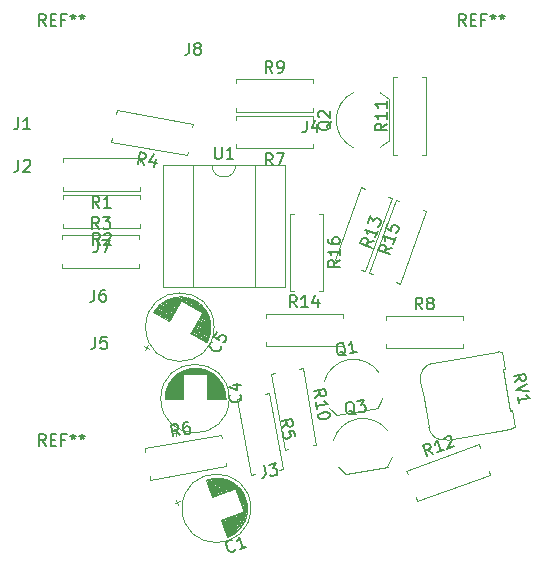
<source format=gbr>
G04 #@! TF.GenerationSoftware,KiCad,Pcbnew,(5.1.2-1)-1*
G04 #@! TF.CreationDate,2022-01-06T11:32:03-05:00*
G04 #@! TF.ProjectId,Basic VCA,42617369-6320-4564-9341-2e6b69636164,rev?*
G04 #@! TF.SameCoordinates,Original*
G04 #@! TF.FileFunction,Legend,Top*
G04 #@! TF.FilePolarity,Positive*
%FSLAX46Y46*%
G04 Gerber Fmt 4.6, Leading zero omitted, Abs format (unit mm)*
G04 Created by KiCad (PCBNEW (5.1.2-1)-1) date 2022-01-06 11:32:03*
%MOMM*%
%LPD*%
G04 APERTURE LIST*
%ADD10C,0.120000*%
%ADD11C,0.150000*%
G04 APERTURE END LIST*
D10*
X45586297Y-48665345D02*
G75*
G02X45196355Y-49472526I-2483845J702146D01*
G01*
X45232248Y-46471899D02*
G75*
G03X42650966Y-45402698I-2129796J-1491300D01*
G01*
X40591044Y-47290270D02*
G75*
G02X42650966Y-45402698I2511408J-672929D01*
G01*
X41008549Y-49472527D02*
G75*
G03X41651047Y-50097660I2093903J1509328D01*
G01*
X41651047Y-50097660D02*
X45196355Y-49472526D01*
X44552795Y-17795816D02*
G75*
G02X45280000Y-18320000I-1122795J-2324184D01*
G01*
X42331193Y-17763600D02*
G75*
G03X40830000Y-20120000I1098807J-2356400D01*
G01*
X42331193Y-22476400D02*
G75*
G02X40830000Y-20120000I1098807J2356400D01*
G01*
X44552795Y-22444184D02*
G75*
G03X45280000Y-21920000I-1122795J2324184D01*
G01*
X45280000Y-21920000D02*
X45280000Y-18320000D01*
X44806117Y-43664853D02*
G75*
G02X44416175Y-44472034I-2483845J702146D01*
G01*
X44452068Y-41471407D02*
G75*
G03X41870786Y-40402206I-2129796J-1491300D01*
G01*
X39810864Y-42289778D02*
G75*
G02X41870786Y-40402206I2511408J-672929D01*
G01*
X40228369Y-44472035D02*
G75*
G03X40870867Y-45097168I2093903J1509328D01*
G01*
X40870867Y-45097168D02*
X44416175Y-44472034D01*
X33598619Y-52990282D02*
G75*
G03X33598619Y-52990282I-2900000J0D01*
G01*
X30955449Y-50418333D02*
X31396313Y-51629597D01*
X32070127Y-53597838D02*
X32517490Y-54826956D01*
X30911363Y-50414160D02*
X31358725Y-51643277D01*
X32032540Y-53611519D02*
X32485716Y-54856612D01*
X30867961Y-50411866D02*
X31321138Y-51656958D01*
X31994952Y-53625200D02*
X32453943Y-54886267D01*
X30824559Y-50409572D02*
X31283550Y-51670639D01*
X31957364Y-53638881D02*
X32421827Y-54914983D01*
X30781499Y-50408217D02*
X31245962Y-51684320D01*
X31919776Y-53652561D02*
X32389712Y-54943699D01*
X30738439Y-50406863D02*
X31208374Y-51698001D01*
X31882189Y-53666242D02*
X32356913Y-54970535D01*
X30696063Y-50407388D02*
X31170787Y-51711681D01*
X31844601Y-53679923D02*
X32324113Y-54997372D01*
X30653687Y-50407913D02*
X31133199Y-51725362D01*
X31807013Y-53693604D02*
X32290972Y-55023269D01*
X30611653Y-50409378D02*
X31095611Y-51739043D01*
X31769426Y-53707285D02*
X32257830Y-55049166D01*
X30569619Y-50410843D02*
X31058024Y-51752724D01*
X31731838Y-53720965D02*
X32224347Y-55074123D01*
X30527927Y-50413247D02*
X31020436Y-51766405D01*
X31693310Y-53734988D02*
X32189582Y-55098482D01*
X29816207Y-50565875D02*
X30342918Y-52013001D01*
X31091907Y-53953881D02*
X31618618Y-55401008D01*
X27306471Y-52254065D02*
X27477481Y-52723911D01*
X27157053Y-52574493D02*
X27626899Y-52403483D01*
X33045625Y-51833814D02*
X33239893Y-52367560D01*
X32928005Y-51627607D02*
X33282338Y-52601129D01*
X32836036Y-51491877D02*
X33299131Y-52764221D01*
X32754670Y-51385277D02*
X33305322Y-52898182D01*
X32679460Y-51295592D02*
X33305357Y-53015229D01*
X32609038Y-51219062D02*
X33300603Y-53119120D01*
X32541695Y-51150989D02*
X33292771Y-53214554D01*
X32476745Y-51089495D02*
X33282545Y-53303411D01*
X32414190Y-51034578D02*
X33269925Y-53385689D01*
X32353345Y-50984360D02*
X33255594Y-53463269D01*
X32293868Y-50937900D02*
X33239896Y-53537090D01*
X32235759Y-50895200D02*
X33222829Y-53607152D01*
X32178676Y-50855318D02*
X33204737Y-53674396D01*
X32122620Y-50818255D02*
X33185618Y-53738820D01*
X32067589Y-50784012D02*
X33165474Y-53800425D01*
X32934644Y-53283180D02*
X33144303Y-53859211D01*
X32013584Y-50752587D02*
X32223243Y-51328619D01*
X32897057Y-53296860D02*
X33122448Y-53916118D01*
X31960264Y-50723042D02*
X32185655Y-51342300D01*
X32859469Y-53310541D02*
X33099909Y-53971145D01*
X31907627Y-50695377D02*
X32148067Y-51355981D01*
X32821881Y-53324222D02*
X33076686Y-54024293D01*
X31855674Y-50669590D02*
X32110479Y-51369661D01*
X32784294Y-53337903D02*
X33053121Y-54076501D01*
X31804064Y-50644744D02*
X32072892Y-51383342D01*
X32746706Y-53351584D02*
X33028530Y-54125890D01*
X31753479Y-50622716D02*
X32035304Y-51397023D01*
X32709118Y-53365264D02*
X33003598Y-54174340D01*
X31703237Y-50601628D02*
X31997716Y-51410704D01*
X32671530Y-53378945D02*
X32978323Y-54221849D01*
X31653337Y-50581480D02*
X31960129Y-51424385D01*
X32633943Y-53392626D02*
X32952364Y-54267480D01*
X31604120Y-50563212D02*
X31922541Y-51438065D01*
X32596355Y-53406307D02*
X32926062Y-54312171D01*
X31555246Y-50545882D02*
X31884953Y-51451746D01*
X30485637Y-50416934D02*
X30981909Y-51780428D01*
X31655723Y-53748669D02*
X32155414Y-55121560D01*
X30444629Y-50421217D02*
X30944321Y-51794108D01*
X31618135Y-53762350D02*
X32121247Y-55144638D01*
X30403622Y-50425501D02*
X30906733Y-51807789D01*
X31580547Y-53776031D02*
X32086737Y-55166776D01*
X30362956Y-50430725D02*
X30869145Y-51821470D01*
X31542960Y-53789711D02*
X32051886Y-55187974D01*
X31054319Y-53967562D02*
X31581031Y-55414689D01*
X32558767Y-53419988D02*
X32899077Y-54354982D01*
X31507055Y-50530433D02*
X31847365Y-51465427D01*
X32521180Y-53433668D02*
X32871750Y-54396853D01*
X31459207Y-50515923D02*
X31809778Y-51479108D01*
X32483592Y-53447349D02*
X32844423Y-54438725D01*
X31411359Y-50501413D02*
X31772190Y-51492789D01*
X32446004Y-53461030D02*
X32816070Y-54477777D01*
X31364537Y-50489722D02*
X31734602Y-51506469D01*
X32408417Y-53474711D02*
X32787717Y-54516830D01*
X31129495Y-53940200D02*
X31655864Y-55386387D01*
X29891724Y-50539453D02*
X30418093Y-51985640D01*
X29853794Y-50552194D02*
X30380505Y-51999320D01*
X31317714Y-50478031D02*
X31697015Y-51520150D01*
X32370829Y-53488392D02*
X32759022Y-54554943D01*
X31271234Y-50467280D02*
X31659427Y-51533831D01*
X32333241Y-53502072D02*
X32729985Y-54592116D01*
X31225096Y-50457468D02*
X31621839Y-51547512D01*
X32295653Y-53515753D02*
X32700605Y-54628349D01*
X31179300Y-50448597D02*
X31584252Y-51561193D01*
X32258066Y-53529434D02*
X32670884Y-54663643D01*
X31133846Y-50440664D02*
X31546664Y-51574873D01*
X32220478Y-53543115D02*
X32640479Y-54697057D01*
X31089075Y-50434612D02*
X31509076Y-51588554D01*
X32182890Y-53556796D02*
X32610416Y-54731411D01*
X31043963Y-50427619D02*
X31471488Y-51602235D01*
X32145303Y-53570476D02*
X32579668Y-54763886D01*
X30999535Y-50422506D02*
X31433901Y-51615916D01*
X32107715Y-53584157D02*
X32548579Y-54795421D01*
X30322632Y-50436888D02*
X30831558Y-51835151D01*
X31505372Y-53803392D02*
X32017034Y-55209172D01*
X30282308Y-50443051D02*
X30793970Y-51848832D01*
X31467784Y-53817073D02*
X31981841Y-55229431D01*
X30242326Y-50450154D02*
X30756382Y-51862512D01*
X31430197Y-53830754D02*
X31946647Y-55249690D01*
X30202344Y-50457257D02*
X30718795Y-51876193D01*
X31392609Y-53844435D02*
X31911111Y-55269009D01*
X30162704Y-50465300D02*
X30681207Y-51889874D01*
X31355021Y-53858115D02*
X31875234Y-55287388D01*
X30123407Y-50474282D02*
X30643619Y-51903555D01*
X31317433Y-53871796D02*
X31839014Y-55304827D01*
X30084451Y-50484204D02*
X30606032Y-51917236D01*
X31279846Y-53885477D02*
X31802795Y-55322267D01*
X30045495Y-50494126D02*
X30568444Y-51930916D01*
X31242258Y-53899158D02*
X31766575Y-55339707D01*
X30006539Y-50504048D02*
X30530856Y-51944597D01*
X31204670Y-53912839D02*
X31730013Y-55356207D01*
X29967925Y-50514910D02*
X30493268Y-51958278D01*
X31167083Y-53926519D02*
X31693110Y-55371767D01*
X29929654Y-50526712D02*
X30455681Y-51971959D01*
X26309200Y-43573500D02*
X27847200Y-43573500D01*
X29927200Y-43573500D02*
X31465200Y-43573500D01*
X26311200Y-43533500D02*
X27847200Y-43533500D01*
X29927200Y-43533500D02*
X31463200Y-43533500D01*
X26314200Y-43493500D02*
X27847200Y-43493500D01*
X29927200Y-43493500D02*
X31460200Y-43493500D01*
X26318200Y-43453500D02*
X27847200Y-43453500D01*
X29927200Y-43453500D02*
X31456200Y-43453500D01*
X26322200Y-43413500D02*
X27847200Y-43413500D01*
X29927200Y-43413500D02*
X31452200Y-43413500D01*
X26326200Y-43373500D02*
X27847200Y-43373500D01*
X29927200Y-43373500D02*
X31448200Y-43373500D01*
X26331200Y-43333500D02*
X27847200Y-43333500D01*
X29927200Y-43333500D02*
X31443200Y-43333500D01*
X26337200Y-43293500D02*
X27847200Y-43293500D01*
X29927200Y-43293500D02*
X31437200Y-43293500D01*
X26344200Y-43253500D02*
X27847200Y-43253500D01*
X29927200Y-43253500D02*
X31430200Y-43253500D01*
X26351200Y-43213500D02*
X27847200Y-43213500D01*
X29927200Y-43213500D02*
X31423200Y-43213500D01*
X26359200Y-43173500D02*
X27847200Y-43173500D01*
X29927200Y-42572500D02*
X31216200Y-42572500D01*
X26577200Y-42532500D02*
X27847200Y-42532500D01*
X29927200Y-42532500D02*
X31197200Y-42532500D01*
X26597200Y-42492500D02*
X27847200Y-42492500D01*
X29927200Y-42492500D02*
X31177200Y-42492500D01*
X26619200Y-42452500D02*
X27847200Y-42452500D01*
X29927200Y-42452500D02*
X31155200Y-42452500D01*
X26640200Y-42412500D02*
X27847200Y-42412500D01*
X29927200Y-42412500D02*
X31134200Y-42412500D01*
X26663200Y-42372500D02*
X27847200Y-42372500D01*
X29927200Y-42372500D02*
X31111200Y-42372500D01*
X26687200Y-42332500D02*
X27847200Y-42332500D01*
X29927200Y-42332500D02*
X31087200Y-42332500D01*
X26712200Y-42292500D02*
X27847200Y-42292500D01*
X29927200Y-42292500D02*
X31062200Y-42292500D01*
X26738200Y-42252500D02*
X27847200Y-42252500D01*
X26307200Y-43653500D02*
X27847200Y-43653500D01*
X26308200Y-43613500D02*
X27847200Y-43613500D01*
X29927200Y-43613500D02*
X31466200Y-43613500D01*
X29927200Y-42252500D02*
X31036200Y-42252500D01*
X26765200Y-42212500D02*
X27847200Y-42212500D01*
X29927200Y-42212500D02*
X31009200Y-42212500D01*
X26792200Y-42172500D02*
X27847200Y-42172500D01*
X29927200Y-42172500D02*
X30982200Y-42172500D01*
X26822200Y-42132500D02*
X27847200Y-42132500D01*
X29927200Y-42132500D02*
X30952200Y-42132500D01*
X26852200Y-42092500D02*
X27847200Y-42092500D01*
X29927200Y-42092500D02*
X30922200Y-42092500D01*
X29927200Y-43693500D02*
X31467200Y-43693500D01*
X29927200Y-43173500D02*
X31415200Y-43173500D01*
X26367200Y-43133500D02*
X27847200Y-43133500D01*
X29927200Y-43133500D02*
X31407200Y-43133500D01*
X26376200Y-43093500D02*
X27847200Y-43093500D01*
X29927200Y-43093500D02*
X31398200Y-43093500D01*
X26386200Y-43053500D02*
X27847200Y-43053500D01*
X29927200Y-43053500D02*
X31388200Y-43053500D01*
X26396200Y-43013500D02*
X27847200Y-43013500D01*
X26883200Y-42052500D02*
X27847200Y-42052500D01*
X29927200Y-42052500D02*
X30891200Y-42052500D01*
X26916200Y-42012500D02*
X27847200Y-42012500D01*
X29927200Y-42012500D02*
X30858200Y-42012500D01*
X26950200Y-41972500D02*
X27847200Y-41972500D01*
X29927200Y-41972500D02*
X30824200Y-41972500D01*
X26986200Y-41932500D02*
X27847200Y-41932500D01*
X29927200Y-41932500D02*
X30788200Y-41932500D01*
X27023200Y-41892500D02*
X27847200Y-41892500D01*
X29927200Y-41892500D02*
X30751200Y-41892500D01*
X27061200Y-41852500D02*
X27847200Y-41852500D01*
X29927200Y-41852500D02*
X30713200Y-41852500D01*
X27102200Y-41812500D02*
X27847200Y-41812500D01*
X29927200Y-41812500D02*
X30672200Y-41812500D01*
X27144200Y-41772500D02*
X27847200Y-41772500D01*
X29927200Y-41772500D02*
X30630200Y-41772500D01*
X27188200Y-41732500D02*
X27847200Y-41732500D01*
X29927200Y-41732500D02*
X30586200Y-41732500D01*
X27234200Y-41692500D02*
X27847200Y-41692500D01*
X29927200Y-41692500D02*
X30540200Y-41692500D01*
X27282200Y-41652500D02*
X30492200Y-41652500D01*
X27333200Y-41612500D02*
X30441200Y-41612500D01*
X27387200Y-41572500D02*
X30387200Y-41572500D01*
X27444200Y-41532500D02*
X30330200Y-41532500D01*
X27504200Y-41492500D02*
X30270200Y-41492500D01*
X27568200Y-41452500D02*
X30206200Y-41452500D01*
X27636200Y-41412500D02*
X30138200Y-41412500D01*
X27709200Y-41372500D02*
X30065200Y-41372500D01*
X27789200Y-41332500D02*
X29985200Y-41332500D01*
X27876200Y-41292500D02*
X29898200Y-41292500D01*
X27972200Y-41252500D02*
X29802200Y-41252500D01*
X28082200Y-41212500D02*
X29692200Y-41212500D01*
X28210200Y-41172500D02*
X29564200Y-41172500D01*
X28369200Y-41132500D02*
X29405200Y-41132500D01*
X28603200Y-41092500D02*
X29171200Y-41092500D01*
X27285200Y-46879275D02*
X27285200Y-46379275D01*
X27035200Y-46629275D02*
X27535200Y-46629275D01*
X29927200Y-43653500D02*
X31467200Y-43653500D01*
X26307200Y-43693500D02*
X27847200Y-43693500D01*
X29927200Y-43013500D02*
X31378200Y-43013500D01*
X26407200Y-42972500D02*
X27847200Y-42972500D01*
X29927200Y-42972500D02*
X31367200Y-42972500D01*
X26419200Y-42932500D02*
X27847200Y-42932500D01*
X29927200Y-42932500D02*
X31355200Y-42932500D01*
X26432200Y-42892500D02*
X27847200Y-42892500D01*
X29927200Y-42892500D02*
X31342200Y-42892500D01*
X26445200Y-42852500D02*
X27847200Y-42852500D01*
X29927200Y-42852500D02*
X31329200Y-42852500D01*
X26459200Y-42812500D02*
X27847200Y-42812500D01*
X29927200Y-42812500D02*
X31315200Y-42812500D01*
X26473200Y-42772500D02*
X27847200Y-42772500D01*
X29927200Y-42772500D02*
X31301200Y-42772500D01*
X26489200Y-42732500D02*
X27847200Y-42732500D01*
X29927200Y-42732500D02*
X31285200Y-42732500D01*
X26505200Y-42692500D02*
X27847200Y-42692500D01*
X29927200Y-42692500D02*
X31269200Y-42692500D01*
X26522200Y-42652500D02*
X27847200Y-42652500D01*
X29927200Y-42652500D02*
X31252200Y-42652500D01*
X26539200Y-42612500D02*
X27847200Y-42612500D01*
X29927200Y-42612500D02*
X31235200Y-42612500D01*
X26558200Y-42572500D02*
X27847200Y-42572500D01*
X31787200Y-43693500D02*
G75*
G03X31787200Y-43693500I-2900000J0D01*
G01*
X30501750Y-37648687D02*
G75*
G03X30501750Y-37648687I-2899999J0D01*
G01*
X26145277Y-35513373D02*
X27261584Y-36157873D01*
X29042917Y-37232514D02*
X30175678Y-37886514D01*
X26108823Y-35538514D02*
X27241584Y-36192514D01*
X29022917Y-37267155D02*
X30170401Y-37929655D01*
X26074100Y-35564655D02*
X27221584Y-36227155D01*
X29002917Y-37301796D02*
X30165123Y-37972796D01*
X26039378Y-35590796D02*
X27201584Y-36261796D01*
X28982917Y-37336437D02*
X30158979Y-38015437D01*
X26005522Y-35617437D02*
X27181584Y-36296437D01*
X28962917Y-37371078D02*
X30152836Y-38058078D01*
X25971665Y-35644078D02*
X27161584Y-36331078D01*
X28942917Y-37405719D02*
X30144960Y-38099719D01*
X25939541Y-35671719D02*
X27141584Y-36365719D01*
X28922917Y-37440360D02*
X30137085Y-38141360D01*
X25907417Y-35699360D02*
X27121584Y-36400360D01*
X28902917Y-37475001D02*
X30128343Y-38182501D01*
X25876158Y-35727501D02*
X27101584Y-36435001D01*
X28882917Y-37509642D02*
X30119601Y-38223642D01*
X25844900Y-35755642D02*
X27081584Y-36469642D01*
X28862917Y-37544283D02*
X30109994Y-38264283D01*
X25814508Y-35784283D02*
X27061584Y-36504283D01*
X28842417Y-37579790D02*
X30099020Y-38305290D01*
X25367405Y-36358687D02*
X26701084Y-37128687D01*
X28522417Y-38134046D02*
X29856096Y-38904046D01*
X24529984Y-39265143D02*
X24962997Y-39515143D01*
X24621490Y-39606650D02*
X24871490Y-39173637D01*
X28656299Y-35254155D02*
X29148202Y-35538155D01*
X28433649Y-35171796D02*
X29330852Y-35689796D01*
X28275951Y-35126937D02*
X29448550Y-35803937D01*
X28145100Y-35097578D02*
X29539401Y-35902578D01*
X28029837Y-35077219D02*
X29614664Y-35992219D01*
X27926699Y-35063860D02*
X29677802Y-36074860D01*
X27831355Y-35055001D02*
X29733146Y-36153001D01*
X27742073Y-35049643D02*
X29782428Y-36227643D01*
X27658853Y-35047784D02*
X29825648Y-36298784D01*
X27579963Y-35048425D02*
X29864538Y-36367425D01*
X27504537Y-35051066D02*
X29899964Y-36434066D01*
X27432576Y-35055707D02*
X29931925Y-36498707D01*
X27363212Y-35061848D02*
X29961289Y-36561848D01*
X27296447Y-35069489D02*
X29988054Y-36623489D01*
X27232280Y-35078630D02*
X30012221Y-36683630D01*
X29502917Y-36435771D02*
X30033791Y-36742271D01*
X27170711Y-35089271D02*
X27701584Y-35395771D01*
X29482917Y-36470412D02*
X30053628Y-36799912D01*
X27110873Y-35100912D02*
X27681584Y-35430412D01*
X29462917Y-36505053D02*
X30071733Y-36856553D01*
X27052768Y-35113553D02*
X27661584Y-35465053D01*
X29442917Y-36539694D02*
X30088106Y-36912194D01*
X26996395Y-35127194D02*
X27641584Y-35499694D01*
X29422917Y-36574335D02*
X30103613Y-36967335D01*
X26940888Y-35141335D02*
X27621584Y-35534335D01*
X29402917Y-36608976D02*
X30116522Y-37020976D01*
X26887979Y-35156976D02*
X27601584Y-35568976D01*
X29382917Y-36643617D02*
X30128565Y-37074117D01*
X26835936Y-35173117D02*
X27581584Y-35603617D01*
X29362917Y-36678258D02*
X30139742Y-37126758D01*
X26784759Y-35189758D02*
X27561584Y-35638258D01*
X29342917Y-36712899D02*
X30149187Y-37178399D01*
X26735314Y-35207399D02*
X27541584Y-35672899D01*
X29322917Y-36747540D02*
X30157765Y-37229540D01*
X26686736Y-35225540D02*
X27521584Y-35707540D01*
X25784481Y-35814290D02*
X27041084Y-36539790D01*
X28822417Y-37614431D02*
X30087680Y-38344931D01*
X25755821Y-35843931D02*
X27021084Y-36574431D01*
X28802417Y-37649072D02*
X30076340Y-38384572D01*
X25727161Y-35873572D02*
X27001084Y-36609072D01*
X28782417Y-37683713D02*
X30064135Y-38423713D01*
X25699367Y-35903713D02*
X26981084Y-36643713D01*
X28762417Y-37718354D02*
X30051063Y-38462354D01*
X28502417Y-38168687D02*
X29836096Y-38938687D01*
X29302917Y-36782181D02*
X30164612Y-37279681D01*
X26639889Y-35244681D02*
X27501584Y-35742181D01*
X29282917Y-36816822D02*
X30170593Y-37329322D01*
X26593908Y-35264322D02*
X27481584Y-35776822D01*
X29262917Y-36851463D02*
X30176574Y-37378963D01*
X26547927Y-35283963D02*
X27461584Y-35811463D01*
X29242917Y-36886104D02*
X30179956Y-37427104D01*
X26504545Y-35305104D02*
X27441584Y-35846104D01*
X29222917Y-36920745D02*
X30183339Y-37475245D01*
X28542417Y-38099405D02*
X29875230Y-38868905D01*
X25408271Y-36289905D02*
X26741084Y-37059405D01*
X25387405Y-36324046D02*
X26721084Y-37094046D01*
X26461162Y-35326245D02*
X27421584Y-35880745D01*
X29202917Y-36955386D02*
X30185856Y-37522886D01*
X26418645Y-35347886D02*
X27401584Y-35915386D01*
X29182917Y-36990027D02*
X30187506Y-37570027D01*
X26376995Y-35370027D02*
X27381584Y-35950027D01*
X29162917Y-37024668D02*
X30188291Y-37616668D01*
X26336210Y-35392668D02*
X27361584Y-35984668D01*
X29142917Y-37059309D02*
X30188210Y-37662809D01*
X26296291Y-35415809D02*
X27341584Y-36019309D01*
X29122917Y-37093950D02*
X30186396Y-37707950D01*
X26258105Y-35439950D02*
X27321584Y-36053950D01*
X29102917Y-37128591D02*
X30185449Y-37753591D01*
X26219052Y-35463591D02*
X27301584Y-36088591D01*
X29082917Y-37163232D02*
X30182769Y-37798232D01*
X26181732Y-35488232D02*
X27281584Y-36123232D01*
X29062917Y-37197873D02*
X30179224Y-37842373D01*
X25672438Y-35934354D02*
X26961084Y-36678354D01*
X28742417Y-37752995D02*
X30037991Y-38500995D01*
X25645510Y-35964995D02*
X26941084Y-36712995D01*
X28722417Y-37787636D02*
X30024053Y-38539136D01*
X25619448Y-35996136D02*
X26921084Y-36747636D01*
X28702417Y-37822277D02*
X30010115Y-38577277D01*
X25593386Y-36027277D02*
X26901084Y-36782277D01*
X28682417Y-37856918D02*
X29995311Y-38614918D01*
X25568190Y-36058918D02*
X26881084Y-36816918D01*
X28662417Y-37891559D02*
X29979642Y-38652059D01*
X25543859Y-36091059D02*
X26861084Y-36851559D01*
X28642417Y-37926200D02*
X29963106Y-38688700D01*
X25520395Y-36123700D02*
X26841084Y-36886200D01*
X28622417Y-37960841D02*
X29946570Y-38725341D01*
X25496931Y-36156341D02*
X26821084Y-36920841D01*
X28602417Y-37995482D02*
X29930034Y-38761982D01*
X25473467Y-36188982D02*
X26801084Y-36955482D01*
X28582417Y-38030123D02*
X29912632Y-38798123D01*
X25450869Y-36222123D02*
X26781084Y-36990123D01*
X28562417Y-38064764D02*
X29894364Y-38833764D01*
X25429137Y-36255764D02*
X26761084Y-37024764D01*
X17690000Y-23360000D02*
X17690000Y-23690000D01*
X24230000Y-23360000D02*
X17690000Y-23360000D01*
X24230000Y-23690000D02*
X24230000Y-23360000D01*
X17690000Y-26100000D02*
X17690000Y-25770000D01*
X24230000Y-26100000D02*
X17690000Y-26100000D01*
X24230000Y-25770000D02*
X24230000Y-26100000D01*
X24260000Y-28890000D02*
X24260000Y-29220000D01*
X24260000Y-29220000D02*
X17720000Y-29220000D01*
X17720000Y-29220000D02*
X17720000Y-28890000D01*
X24260000Y-26810000D02*
X24260000Y-26480000D01*
X24260000Y-26480000D02*
X17720000Y-26480000D01*
X17720000Y-26480000D02*
X17720000Y-26810000D01*
X24180000Y-32600000D02*
X24180000Y-32270000D01*
X17640000Y-32600000D02*
X24180000Y-32600000D01*
X17640000Y-32270000D02*
X17640000Y-32600000D01*
X24180000Y-29860000D02*
X24180000Y-30190000D01*
X17640000Y-29860000D02*
X24180000Y-29860000D01*
X17640000Y-30190000D02*
X17640000Y-29860000D01*
X28287610Y-22780430D02*
X28230306Y-23105417D01*
X28230306Y-23105417D02*
X21789663Y-21969758D01*
X21789663Y-21969758D02*
X21846967Y-21644771D01*
X28648798Y-20732030D02*
X28706102Y-20407043D01*
X28706102Y-20407043D02*
X22265459Y-19271384D01*
X22265459Y-19271384D02*
X22208155Y-19596371D01*
X33600242Y-50140337D02*
X33925229Y-50083033D01*
X32464583Y-43699694D02*
X33600242Y-50140337D01*
X32789570Y-43642390D02*
X32464583Y-43699694D01*
X36298616Y-49664541D02*
X35973629Y-49721845D01*
X35162957Y-43223898D02*
X36298616Y-49664541D01*
X34837970Y-43281202D02*
X35162957Y-43223898D01*
X24691202Y-48202030D02*
X24633898Y-47877043D01*
X24633898Y-47877043D02*
X31074541Y-46741384D01*
X31074541Y-46741384D02*
X31131845Y-47066371D01*
X25052390Y-50250430D02*
X25109694Y-50575417D01*
X25109694Y-50575417D02*
X31550337Y-49439758D01*
X31550337Y-49439758D02*
X31493033Y-49114771D01*
X38890000Y-22160000D02*
X38890000Y-22490000D01*
X38890000Y-22490000D02*
X32350000Y-22490000D01*
X32350000Y-22490000D02*
X32350000Y-22160000D01*
X38890000Y-20080000D02*
X38890000Y-19750000D01*
X38890000Y-19750000D02*
X32350000Y-19750000D01*
X32350000Y-19750000D02*
X32350000Y-20080000D01*
X45034114Y-37021104D02*
X45034114Y-36691104D01*
X45034114Y-36691104D02*
X51574114Y-36691104D01*
X51574114Y-36691104D02*
X51574114Y-37021104D01*
X45034114Y-39101104D02*
X45034114Y-39431104D01*
X45034114Y-39431104D02*
X51574114Y-39431104D01*
X51574114Y-39431104D02*
X51574114Y-39101104D01*
X38880000Y-19400000D02*
X38880000Y-19070000D01*
X32340000Y-19400000D02*
X38880000Y-19400000D01*
X32340000Y-19070000D02*
X32340000Y-19400000D01*
X38880000Y-16660000D02*
X38880000Y-16990000D01*
X32340000Y-16660000D02*
X38880000Y-16660000D01*
X32340000Y-16990000D02*
X32340000Y-16660000D01*
X36470242Y-48060337D02*
X36795229Y-48003033D01*
X35334583Y-41619694D02*
X36470242Y-48060337D01*
X35659570Y-41562390D02*
X35334583Y-41619694D01*
X39168616Y-47584541D02*
X38843629Y-47641845D01*
X38032957Y-41143898D02*
X39168616Y-47584541D01*
X37707970Y-41201202D02*
X38032957Y-41143898D01*
X46000000Y-23040000D02*
X45670000Y-23040000D01*
X45670000Y-23040000D02*
X45670000Y-16500000D01*
X45670000Y-16500000D02*
X46000000Y-16500000D01*
X48080000Y-23040000D02*
X48410000Y-23040000D01*
X48410000Y-23040000D02*
X48410000Y-16500000D01*
X48410000Y-16500000D02*
X48080000Y-16500000D01*
X53853956Y-50139032D02*
X53741090Y-49828934D01*
X47708367Y-52375844D02*
X53853956Y-50139032D01*
X47595500Y-52065745D02*
X47708367Y-52375844D01*
X52916821Y-47564274D02*
X53029688Y-47874373D01*
X46771231Y-49801086D02*
X52916821Y-47564274D01*
X46884098Y-50111185D02*
X46771231Y-49801086D01*
X43957411Y-33136865D02*
X43647312Y-33023998D01*
X43647312Y-33023998D02*
X45884124Y-26878409D01*
X45884124Y-26878409D02*
X46194222Y-26991275D01*
X45911971Y-33848267D02*
X46222070Y-33961134D01*
X46222070Y-33961134D02*
X48458882Y-27815544D01*
X48458882Y-27815544D02*
X48148783Y-27702677D01*
X41410000Y-39250000D02*
X41410000Y-38920000D01*
X34870000Y-39250000D02*
X41410000Y-39250000D01*
X34870000Y-38920000D02*
X34870000Y-39250000D01*
X41410000Y-36510000D02*
X41410000Y-36840000D01*
X34870000Y-36510000D02*
X41410000Y-36510000D01*
X34870000Y-36840000D02*
X34870000Y-36510000D01*
X40711118Y-31964456D02*
X41021217Y-32077323D01*
X42947930Y-25818866D02*
X40711118Y-31964456D01*
X43258029Y-25931733D02*
X42947930Y-25818866D01*
X43285876Y-32901591D02*
X42975778Y-32788725D01*
X45522688Y-26756002D02*
X43285876Y-32901591D01*
X45212589Y-26643135D02*
X45522688Y-26756002D01*
X39350000Y-28050000D02*
X39680000Y-28050000D01*
X39680000Y-28050000D02*
X39680000Y-34590000D01*
X39680000Y-34590000D02*
X39350000Y-34590000D01*
X37270000Y-28050000D02*
X36940000Y-28050000D01*
X36940000Y-28050000D02*
X36940000Y-34590000D01*
X36940000Y-34590000D02*
X37270000Y-34590000D01*
X55810513Y-46211619D02*
X55130996Y-46331436D01*
X55793148Y-46113138D02*
X55810513Y-46211619D01*
X54660962Y-39692191D02*
X54414760Y-39735603D01*
X54678327Y-39790672D02*
X54660962Y-39692191D01*
X54875289Y-39755943D02*
X54678327Y-39790672D01*
X54924908Y-41189099D02*
X55121869Y-41154370D01*
X50187261Y-47203150D02*
G75*
G02X48669684Y-46140531I-227479J1290098D01*
G01*
X47975091Y-42201300D02*
G75*
G02X49037710Y-40683723I1290098J227479D01*
G01*
X48669684Y-46140531D02*
X48410948Y-44673167D01*
X54106796Y-46512030D02*
X50187261Y-47203150D01*
X49037710Y-40683723D02*
X52523930Y-40069008D01*
X48233827Y-43668663D02*
X47975091Y-42201300D01*
X55990110Y-46078408D02*
X55793148Y-46113138D01*
X55743530Y-44679981D02*
X55990110Y-46078408D01*
X55546568Y-44714711D02*
X55743530Y-44679981D01*
X54924908Y-41189099D02*
X55546568Y-44714711D01*
X54875289Y-39755943D02*
X55121869Y-41154370D01*
X55130996Y-46331436D02*
X54106796Y-46512030D01*
X54414760Y-39735603D02*
X52523930Y-40069008D01*
X48410948Y-44673167D02*
X48233827Y-43668663D01*
X32330000Y-23940000D02*
G75*
G02X30330000Y-23940000I-1000000J0D01*
G01*
X30330000Y-23940000D02*
X28680000Y-23940000D01*
X28680000Y-23940000D02*
X28680000Y-34220000D01*
X28680000Y-34220000D02*
X33980000Y-34220000D01*
X33980000Y-34220000D02*
X33980000Y-23940000D01*
X33980000Y-23940000D02*
X32330000Y-23940000D01*
X26190000Y-23880000D02*
X26190000Y-34280000D01*
X26190000Y-34280000D02*
X36470000Y-34280000D01*
X36470000Y-34280000D02*
X36470000Y-23880000D01*
X36470000Y-23880000D02*
X26190000Y-23880000D01*
D11*
X51806666Y-12142380D02*
X51473333Y-11666190D01*
X51235238Y-12142380D02*
X51235238Y-11142380D01*
X51616190Y-11142380D01*
X51711428Y-11190000D01*
X51759047Y-11237619D01*
X51806666Y-11332857D01*
X51806666Y-11475714D01*
X51759047Y-11570952D01*
X51711428Y-11618571D01*
X51616190Y-11666190D01*
X51235238Y-11666190D01*
X52235238Y-11618571D02*
X52568571Y-11618571D01*
X52711428Y-12142380D02*
X52235238Y-12142380D01*
X52235238Y-11142380D01*
X52711428Y-11142380D01*
X53473333Y-11618571D02*
X53140000Y-11618571D01*
X53140000Y-12142380D02*
X53140000Y-11142380D01*
X53616190Y-11142380D01*
X54140000Y-11142380D02*
X54140000Y-11380476D01*
X53901904Y-11285238D02*
X54140000Y-11380476D01*
X54378095Y-11285238D01*
X53997142Y-11570952D02*
X54140000Y-11380476D01*
X54282857Y-11570952D01*
X54901904Y-11142380D02*
X54901904Y-11380476D01*
X54663809Y-11285238D02*
X54901904Y-11380476D01*
X55140000Y-11285238D01*
X54759047Y-11570952D02*
X54901904Y-11380476D01*
X55044761Y-11570952D01*
X16246666Y-12142380D02*
X15913333Y-11666190D01*
X15675238Y-12142380D02*
X15675238Y-11142380D01*
X16056190Y-11142380D01*
X16151428Y-11190000D01*
X16199047Y-11237619D01*
X16246666Y-11332857D01*
X16246666Y-11475714D01*
X16199047Y-11570952D01*
X16151428Y-11618571D01*
X16056190Y-11666190D01*
X15675238Y-11666190D01*
X16675238Y-11618571D02*
X17008571Y-11618571D01*
X17151428Y-12142380D02*
X16675238Y-12142380D01*
X16675238Y-11142380D01*
X17151428Y-11142380D01*
X17913333Y-11618571D02*
X17580000Y-11618571D01*
X17580000Y-12142380D02*
X17580000Y-11142380D01*
X18056190Y-11142380D01*
X18580000Y-11142380D02*
X18580000Y-11380476D01*
X18341904Y-11285238D02*
X18580000Y-11380476D01*
X18818095Y-11285238D01*
X18437142Y-11570952D02*
X18580000Y-11380476D01*
X18722857Y-11570952D01*
X19341904Y-11142380D02*
X19341904Y-11380476D01*
X19103809Y-11285238D02*
X19341904Y-11380476D01*
X19580000Y-11285238D01*
X19199047Y-11570952D02*
X19341904Y-11380476D01*
X19484761Y-11570952D01*
X16246666Y-47702380D02*
X15913333Y-47226190D01*
X15675238Y-47702380D02*
X15675238Y-46702380D01*
X16056190Y-46702380D01*
X16151428Y-46750000D01*
X16199047Y-46797619D01*
X16246666Y-46892857D01*
X16246666Y-47035714D01*
X16199047Y-47130952D01*
X16151428Y-47178571D01*
X16056190Y-47226190D01*
X15675238Y-47226190D01*
X16675238Y-47178571D02*
X17008571Y-47178571D01*
X17151428Y-47702380D02*
X16675238Y-47702380D01*
X16675238Y-46702380D01*
X17151428Y-46702380D01*
X17913333Y-47178571D02*
X17580000Y-47178571D01*
X17580000Y-47702380D02*
X17580000Y-46702380D01*
X18056190Y-46702380D01*
X18580000Y-46702380D02*
X18580000Y-46940476D01*
X18341904Y-46845238D02*
X18580000Y-46940476D01*
X18818095Y-46845238D01*
X18437142Y-47130952D02*
X18580000Y-46940476D01*
X18722857Y-47130952D01*
X19341904Y-46702380D02*
X19341904Y-46940476D01*
X19103809Y-46845238D02*
X19341904Y-46940476D01*
X19580000Y-46845238D01*
X19199047Y-47130952D02*
X19341904Y-46940476D01*
X19484761Y-47130952D01*
X20661666Y-30302380D02*
X20661666Y-31016666D01*
X20614047Y-31159523D01*
X20518809Y-31254761D01*
X20375952Y-31302380D01*
X20280714Y-31302380D01*
X21042619Y-30302380D02*
X21709285Y-30302380D01*
X21280714Y-31302380D01*
X42485565Y-45013120D02*
X42383505Y-44982762D01*
X42273176Y-44905509D01*
X42107682Y-44789629D01*
X42005622Y-44759271D01*
X41911831Y-44775809D01*
X42000071Y-45002018D02*
X41898011Y-44971661D01*
X41787682Y-44894407D01*
X41707711Y-44715094D01*
X41649828Y-44386825D01*
X41663648Y-44190973D01*
X41740901Y-44080644D01*
X41826423Y-44017211D01*
X42014006Y-43984135D01*
X42116066Y-44014492D01*
X42226395Y-44091746D01*
X42306366Y-44271059D01*
X42364249Y-44599328D01*
X42350429Y-44795180D01*
X42273176Y-44905509D01*
X42187654Y-44968942D01*
X42000071Y-45002018D01*
X42576753Y-43884907D02*
X43186396Y-43777411D01*
X42924278Y-44210458D01*
X43064965Y-44185651D01*
X43167025Y-44216009D01*
X43222190Y-44254636D01*
X43285623Y-44340158D01*
X43326968Y-44574636D01*
X43296610Y-44676696D01*
X43257984Y-44731861D01*
X43172462Y-44795294D01*
X42891088Y-44844908D01*
X42789028Y-44814550D01*
X42733863Y-44775924D01*
X40417619Y-20215238D02*
X40370000Y-20310476D01*
X40274761Y-20405714D01*
X40131904Y-20548571D01*
X40084285Y-20643809D01*
X40084285Y-20739047D01*
X40322380Y-20691428D02*
X40274761Y-20786666D01*
X40179523Y-20881904D01*
X39989047Y-20929523D01*
X39655714Y-20929523D01*
X39465238Y-20881904D01*
X39370000Y-20786666D01*
X39322380Y-20691428D01*
X39322380Y-20500952D01*
X39370000Y-20405714D01*
X39465238Y-20310476D01*
X39655714Y-20262857D01*
X39989047Y-20262857D01*
X40179523Y-20310476D01*
X40274761Y-20405714D01*
X40322380Y-20500952D01*
X40322380Y-20691428D01*
X39417619Y-19881904D02*
X39370000Y-19834285D01*
X39322380Y-19739047D01*
X39322380Y-19500952D01*
X39370000Y-19405714D01*
X39417619Y-19358095D01*
X39512857Y-19310476D01*
X39608095Y-19310476D01*
X39750952Y-19358095D01*
X40322380Y-19929523D01*
X40322380Y-19310476D01*
X41705385Y-40012628D02*
X41603325Y-39982270D01*
X41492996Y-39905017D01*
X41327502Y-39789137D01*
X41225442Y-39758779D01*
X41131651Y-39775317D01*
X41219891Y-40001526D02*
X41117831Y-39971169D01*
X41007502Y-39893915D01*
X40927531Y-39714602D01*
X40869648Y-39386333D01*
X40883468Y-39190481D01*
X40960721Y-39080152D01*
X41046243Y-39016719D01*
X41233826Y-38983643D01*
X41335886Y-39014000D01*
X41446215Y-39091254D01*
X41526186Y-39270567D01*
X41584069Y-39598836D01*
X41570249Y-39794688D01*
X41492996Y-39905017D01*
X41407474Y-39968450D01*
X41219891Y-40001526D01*
X42579864Y-39761726D02*
X42017117Y-39860954D01*
X42298490Y-39811340D02*
X42124842Y-38826532D01*
X42055858Y-38983757D01*
X41978605Y-39094086D01*
X41893082Y-39157520D01*
X28386666Y-13602380D02*
X28386666Y-14316666D01*
X28339047Y-14459523D01*
X28243809Y-14554761D01*
X28100952Y-14602380D01*
X28005714Y-14602380D01*
X29005714Y-14030952D02*
X28910476Y-13983333D01*
X28862857Y-13935714D01*
X28815238Y-13840476D01*
X28815238Y-13792857D01*
X28862857Y-13697619D01*
X28910476Y-13650000D01*
X29005714Y-13602380D01*
X29196190Y-13602380D01*
X29291428Y-13650000D01*
X29339047Y-13697619D01*
X29386666Y-13792857D01*
X29386666Y-13840476D01*
X29339047Y-13935714D01*
X29291428Y-13983333D01*
X29196190Y-14030952D01*
X29005714Y-14030952D01*
X28910476Y-14078571D01*
X28862857Y-14126190D01*
X28815238Y-14221428D01*
X28815238Y-14411904D01*
X28862857Y-14507142D01*
X28910476Y-14554761D01*
X29005714Y-14602380D01*
X29196190Y-14602380D01*
X29291428Y-14554761D01*
X29339047Y-14507142D01*
X29386666Y-14411904D01*
X29386666Y-14221428D01*
X29339047Y-14126190D01*
X29291428Y-14078571D01*
X29196190Y-14030952D01*
X20361666Y-34482380D02*
X20361666Y-35196666D01*
X20314047Y-35339523D01*
X20218809Y-35434761D01*
X20075952Y-35482380D01*
X19980714Y-35482380D01*
X21266428Y-34482380D02*
X21075952Y-34482380D01*
X20980714Y-34530000D01*
X20933095Y-34577619D01*
X20837857Y-34720476D01*
X20790238Y-34910952D01*
X20790238Y-35291904D01*
X20837857Y-35387142D01*
X20885476Y-35434761D01*
X20980714Y-35482380D01*
X21171190Y-35482380D01*
X21266428Y-35434761D01*
X21314047Y-35387142D01*
X21361666Y-35291904D01*
X21361666Y-35053809D01*
X21314047Y-34958571D01*
X21266428Y-34910952D01*
X21171190Y-34863333D01*
X20980714Y-34863333D01*
X20885476Y-34910952D01*
X20837857Y-34958571D01*
X20790238Y-35053809D01*
X20441666Y-38482380D02*
X20441666Y-39196666D01*
X20394047Y-39339523D01*
X20298809Y-39434761D01*
X20155952Y-39482380D01*
X20060714Y-39482380D01*
X21394047Y-38482380D02*
X20917857Y-38482380D01*
X20870238Y-38958571D01*
X20917857Y-38910952D01*
X21013095Y-38863333D01*
X21251190Y-38863333D01*
X21346428Y-38910952D01*
X21394047Y-38958571D01*
X21441666Y-39053809D01*
X21441666Y-39291904D01*
X21394047Y-39387142D01*
X21346428Y-39434761D01*
X21251190Y-39482380D01*
X21013095Y-39482380D01*
X20917857Y-39434761D01*
X20870238Y-39387142D01*
X32302224Y-56462775D02*
X32273764Y-56523809D01*
X32155808Y-56617417D01*
X32066314Y-56649990D01*
X31915785Y-56654103D01*
X31793717Y-56597182D01*
X31716397Y-56523974D01*
X31606503Y-56361271D01*
X31557643Y-56227029D01*
X31537243Y-56031754D01*
X31549417Y-55925972D01*
X31606339Y-55803905D01*
X31724294Y-55710297D01*
X31813788Y-55677724D01*
X31964317Y-55673611D01*
X32025351Y-55702072D01*
X33229743Y-56226536D02*
X32692776Y-56421977D01*
X32961259Y-56324256D02*
X32619239Y-55384564D01*
X32578605Y-55551379D01*
X32521683Y-55673447D01*
X32448476Y-55750767D01*
X32698742Y-43374266D02*
X32746361Y-43421885D01*
X32793980Y-43564742D01*
X32793980Y-43659980D01*
X32746361Y-43802838D01*
X32651123Y-43898076D01*
X32555885Y-43945695D01*
X32365409Y-43993314D01*
X32222552Y-43993314D01*
X32032076Y-43945695D01*
X31936838Y-43898076D01*
X31841600Y-43802838D01*
X31793980Y-43659980D01*
X31793980Y-43564742D01*
X31841600Y-43421885D01*
X31889219Y-43374266D01*
X32127314Y-42517123D02*
X32793980Y-42517123D01*
X31746361Y-42755219D02*
X32460647Y-42993314D01*
X32460647Y-42374266D01*
X31062260Y-39277994D02*
X31079690Y-39343043D01*
X31049500Y-39490571D01*
X31001881Y-39573049D01*
X30889214Y-39672958D01*
X30759116Y-39707817D01*
X30652828Y-39701438D01*
X30464061Y-39647439D01*
X30340343Y-39576010D01*
X30199195Y-39439533D01*
X30140526Y-39350674D01*
X30105667Y-39220577D01*
X30135856Y-39073049D01*
X30183475Y-38990571D01*
X30296143Y-38890662D01*
X30361192Y-38873233D01*
X30731094Y-38042067D02*
X30492999Y-38454460D01*
X30881582Y-38733794D01*
X30864153Y-38668746D01*
X30870532Y-38562457D01*
X30989580Y-38356261D01*
X31078438Y-38297592D01*
X31143487Y-38280162D01*
X31249775Y-38286542D01*
X31455972Y-38405589D01*
X31514641Y-38494448D01*
X31532071Y-38559497D01*
X31525691Y-38665785D01*
X31406643Y-38871981D01*
X31317785Y-38930650D01*
X31252736Y-38948080D01*
X13926666Y-19882380D02*
X13926666Y-20596666D01*
X13879047Y-20739523D01*
X13783809Y-20834761D01*
X13640952Y-20882380D01*
X13545714Y-20882380D01*
X14926666Y-20882380D02*
X14355238Y-20882380D01*
X14640952Y-20882380D02*
X14640952Y-19882380D01*
X14545714Y-20025238D01*
X14450476Y-20120476D01*
X14355238Y-20168095D01*
X13936666Y-23482380D02*
X13936666Y-24196666D01*
X13889047Y-24339523D01*
X13793809Y-24434761D01*
X13650952Y-24482380D01*
X13555714Y-24482380D01*
X14365238Y-23577619D02*
X14412857Y-23530000D01*
X14508095Y-23482380D01*
X14746190Y-23482380D01*
X14841428Y-23530000D01*
X14889047Y-23577619D01*
X14936666Y-23672857D01*
X14936666Y-23768095D01*
X14889047Y-23910952D01*
X14317619Y-24482380D01*
X14936666Y-24482380D01*
X34735037Y-49356465D02*
X34859072Y-50059899D01*
X34836983Y-50208855D01*
X34759730Y-50319184D01*
X34627312Y-50390886D01*
X34533521Y-50407424D01*
X35110202Y-49290313D02*
X35719845Y-49182817D01*
X35457727Y-49615864D01*
X35598414Y-49591057D01*
X35700474Y-49621415D01*
X35755639Y-49660042D01*
X35819072Y-49745564D01*
X35860417Y-49980042D01*
X35830060Y-50082102D01*
X35791433Y-50137267D01*
X35705911Y-50200700D01*
X35424537Y-50250314D01*
X35322477Y-50219956D01*
X35267312Y-50181330D01*
X38346666Y-20152380D02*
X38346666Y-20866666D01*
X38299047Y-21009523D01*
X38203809Y-21104761D01*
X38060952Y-21152380D01*
X37965714Y-21152380D01*
X39251428Y-20485714D02*
X39251428Y-21152380D01*
X39013333Y-20104761D02*
X38775238Y-20819047D01*
X39394285Y-20819047D01*
X20793333Y-27552380D02*
X20460000Y-27076190D01*
X20221904Y-27552380D02*
X20221904Y-26552380D01*
X20602857Y-26552380D01*
X20698095Y-26600000D01*
X20745714Y-26647619D01*
X20793333Y-26742857D01*
X20793333Y-26885714D01*
X20745714Y-26980952D01*
X20698095Y-27028571D01*
X20602857Y-27076190D01*
X20221904Y-27076190D01*
X21745714Y-27552380D02*
X21174285Y-27552380D01*
X21460000Y-27552380D02*
X21460000Y-26552380D01*
X21364761Y-26695238D01*
X21269523Y-26790476D01*
X21174285Y-26838095D01*
X20823333Y-30672380D02*
X20490000Y-30196190D01*
X20251904Y-30672380D02*
X20251904Y-29672380D01*
X20632857Y-29672380D01*
X20728095Y-29720000D01*
X20775714Y-29767619D01*
X20823333Y-29862857D01*
X20823333Y-30005714D01*
X20775714Y-30100952D01*
X20728095Y-30148571D01*
X20632857Y-30196190D01*
X20251904Y-30196190D01*
X21204285Y-29767619D02*
X21251904Y-29720000D01*
X21347142Y-29672380D01*
X21585238Y-29672380D01*
X21680476Y-29720000D01*
X21728095Y-29767619D01*
X21775714Y-29862857D01*
X21775714Y-29958095D01*
X21728095Y-30100952D01*
X21156666Y-30672380D01*
X21775714Y-30672380D01*
X20743333Y-29312380D02*
X20410000Y-28836190D01*
X20171904Y-29312380D02*
X20171904Y-28312380D01*
X20552857Y-28312380D01*
X20648095Y-28360000D01*
X20695714Y-28407619D01*
X20743333Y-28502857D01*
X20743333Y-28645714D01*
X20695714Y-28740952D01*
X20648095Y-28788571D01*
X20552857Y-28836190D01*
X20171904Y-28836190D01*
X21076666Y-28312380D02*
X21695714Y-28312380D01*
X21362380Y-28693333D01*
X21505238Y-28693333D01*
X21600476Y-28740952D01*
X21648095Y-28788571D01*
X21695714Y-28883809D01*
X21695714Y-29121904D01*
X21648095Y-29217142D01*
X21600476Y-29264761D01*
X21505238Y-29312380D01*
X21219523Y-29312380D01*
X21124285Y-29264761D01*
X21076666Y-29217142D01*
X24593646Y-23938961D02*
X24348066Y-23412123D01*
X24030898Y-23839734D02*
X24204547Y-22854926D01*
X24579711Y-22921078D01*
X24665234Y-22984511D01*
X24703860Y-23039676D01*
X24734218Y-23141736D01*
X24709411Y-23282423D01*
X24645978Y-23367945D01*
X24590813Y-23406572D01*
X24488753Y-23436929D01*
X24113588Y-23370778D01*
X25553532Y-23431264D02*
X25437767Y-24087803D01*
X25385206Y-23014755D02*
X25026693Y-23676844D01*
X25636336Y-23784340D01*
X36241144Y-46184991D02*
X36652217Y-45774032D01*
X36141916Y-45622244D02*
X37126724Y-45448596D01*
X37192876Y-45823760D01*
X37162518Y-45925821D01*
X37123891Y-45980985D01*
X37038369Y-46044419D01*
X36897682Y-46069226D01*
X36795622Y-46038868D01*
X36740458Y-46000241D01*
X36677024Y-45914719D01*
X36610872Y-45539554D01*
X37383062Y-46902359D02*
X37300372Y-46433403D01*
X36823147Y-46469197D01*
X36878312Y-46507824D01*
X36941745Y-46593346D01*
X36983090Y-46827824D01*
X36952732Y-46929884D01*
X36914106Y-46985049D01*
X36828584Y-47048483D01*
X36594106Y-47089827D01*
X36492045Y-47059470D01*
X36436881Y-47020843D01*
X36373447Y-46935321D01*
X36332102Y-46700843D01*
X36362460Y-46598783D01*
X36401087Y-46543618D01*
X27594991Y-46798855D02*
X27184032Y-46387782D01*
X27032244Y-46898083D02*
X26858596Y-45913275D01*
X27233760Y-45847123D01*
X27335821Y-45877481D01*
X27390985Y-45916108D01*
X27454419Y-46001630D01*
X27479226Y-46142317D01*
X27448868Y-46244377D01*
X27410241Y-46299541D01*
X27324719Y-46362975D01*
X26949554Y-46429127D01*
X28265464Y-45665206D02*
X28077881Y-45698282D01*
X27992359Y-45761715D01*
X27953732Y-45816880D01*
X27884748Y-45974105D01*
X27870928Y-46169956D01*
X27937080Y-46545121D01*
X28000514Y-46630643D01*
X28055678Y-46669270D01*
X28157738Y-46699628D01*
X28345321Y-46666552D01*
X28430843Y-46603118D01*
X28469470Y-46547954D01*
X28499827Y-46445893D01*
X28458483Y-46211415D01*
X28395049Y-46125893D01*
X28339884Y-46087267D01*
X28237824Y-46056909D01*
X28050242Y-46089985D01*
X27964720Y-46153418D01*
X27926093Y-46208583D01*
X27895735Y-46310643D01*
X35453333Y-23942380D02*
X35120000Y-23466190D01*
X34881904Y-23942380D02*
X34881904Y-22942380D01*
X35262857Y-22942380D01*
X35358095Y-22990000D01*
X35405714Y-23037619D01*
X35453333Y-23132857D01*
X35453333Y-23275714D01*
X35405714Y-23370952D01*
X35358095Y-23418571D01*
X35262857Y-23466190D01*
X34881904Y-23466190D01*
X35786666Y-22942380D02*
X36453333Y-22942380D01*
X36024761Y-23942380D01*
X48137447Y-36143484D02*
X47804114Y-35667294D01*
X47566018Y-36143484D02*
X47566018Y-35143484D01*
X47946971Y-35143484D01*
X48042209Y-35191104D01*
X48089828Y-35238723D01*
X48137447Y-35333961D01*
X48137447Y-35476818D01*
X48089828Y-35572056D01*
X48042209Y-35619675D01*
X47946971Y-35667294D01*
X47566018Y-35667294D01*
X48708875Y-35572056D02*
X48613637Y-35524437D01*
X48566018Y-35476818D01*
X48518399Y-35381580D01*
X48518399Y-35333961D01*
X48566018Y-35238723D01*
X48613637Y-35191104D01*
X48708875Y-35143484D01*
X48899352Y-35143484D01*
X48994590Y-35191104D01*
X49042209Y-35238723D01*
X49089828Y-35333961D01*
X49089828Y-35381580D01*
X49042209Y-35476818D01*
X48994590Y-35524437D01*
X48899352Y-35572056D01*
X48708875Y-35572056D01*
X48613637Y-35619675D01*
X48566018Y-35667294D01*
X48518399Y-35762532D01*
X48518399Y-35953008D01*
X48566018Y-36048246D01*
X48613637Y-36095865D01*
X48708875Y-36143484D01*
X48899352Y-36143484D01*
X48994590Y-36095865D01*
X49042209Y-36048246D01*
X49089828Y-35953008D01*
X49089828Y-35762532D01*
X49042209Y-35667294D01*
X48994590Y-35619675D01*
X48899352Y-35572056D01*
X35443333Y-16112380D02*
X35110000Y-15636190D01*
X34871904Y-16112380D02*
X34871904Y-15112380D01*
X35252857Y-15112380D01*
X35348095Y-15160000D01*
X35395714Y-15207619D01*
X35443333Y-15302857D01*
X35443333Y-15445714D01*
X35395714Y-15540952D01*
X35348095Y-15588571D01*
X35252857Y-15636190D01*
X34871904Y-15636190D01*
X35919523Y-16112380D02*
X36110000Y-16112380D01*
X36205238Y-16064761D01*
X36252857Y-16017142D01*
X36348095Y-15874285D01*
X36395714Y-15683809D01*
X36395714Y-15302857D01*
X36348095Y-15207619D01*
X36300476Y-15160000D01*
X36205238Y-15112380D01*
X36014761Y-15112380D01*
X35919523Y-15160000D01*
X35871904Y-15207619D01*
X35824285Y-15302857D01*
X35824285Y-15540952D01*
X35871904Y-15636190D01*
X35919523Y-15683809D01*
X36014761Y-15731428D01*
X36205238Y-15731428D01*
X36300476Y-15683809D01*
X36348095Y-15636190D01*
X36395714Y-15540952D01*
X39028454Y-43636035D02*
X39439528Y-43225076D01*
X38929227Y-43073288D02*
X39914034Y-42899639D01*
X39980186Y-43274804D01*
X39949828Y-43376864D01*
X39911202Y-43432029D01*
X39825680Y-43495463D01*
X39684993Y-43520269D01*
X39582933Y-43489912D01*
X39527768Y-43451285D01*
X39464334Y-43365763D01*
X39398183Y-42990598D01*
X39193833Y-44573947D02*
X39094606Y-44011200D01*
X39144220Y-44292573D02*
X40129027Y-44118925D01*
X39971803Y-44049941D01*
X39861474Y-43972688D01*
X39798040Y-43887165D01*
X40286138Y-45009942D02*
X40302676Y-45103733D01*
X40272318Y-45205793D01*
X40233691Y-45260958D01*
X40148169Y-45324391D01*
X39968856Y-45404363D01*
X39734378Y-45445708D01*
X39538526Y-45431888D01*
X39436466Y-45401530D01*
X39381301Y-45362903D01*
X39317868Y-45277381D01*
X39301330Y-45183590D01*
X39331688Y-45081530D01*
X39370314Y-45026365D01*
X39455837Y-44962932D01*
X39635150Y-44882960D01*
X39869628Y-44841615D01*
X40065479Y-44855435D01*
X40167540Y-44885793D01*
X40222704Y-44924420D01*
X40286138Y-45009942D01*
X45122380Y-20412857D02*
X44646190Y-20746190D01*
X45122380Y-20984285D02*
X44122380Y-20984285D01*
X44122380Y-20603333D01*
X44170000Y-20508095D01*
X44217619Y-20460476D01*
X44312857Y-20412857D01*
X44455714Y-20412857D01*
X44550952Y-20460476D01*
X44598571Y-20508095D01*
X44646190Y-20603333D01*
X44646190Y-20984285D01*
X45122380Y-19460476D02*
X45122380Y-20031904D01*
X45122380Y-19746190D02*
X44122380Y-19746190D01*
X44265238Y-19841428D01*
X44360476Y-19936666D01*
X44408095Y-20031904D01*
X45122380Y-18508095D02*
X45122380Y-19079523D01*
X45122380Y-18793809D02*
X44122380Y-18793809D01*
X44265238Y-18889047D01*
X44360476Y-18984285D01*
X44408095Y-19079523D01*
X49052641Y-48387957D02*
X48576543Y-48054491D01*
X48515674Y-48583397D02*
X48173653Y-47643704D01*
X48531632Y-47513411D01*
X48637413Y-47525585D01*
X48698447Y-47554045D01*
X48775767Y-47627253D01*
X48824627Y-47761495D01*
X48812453Y-47867276D01*
X48783993Y-47928310D01*
X48710785Y-48005631D01*
X48352807Y-48135924D01*
X49947586Y-48062223D02*
X49410619Y-48257663D01*
X49679103Y-48159943D02*
X49337082Y-47220251D01*
X49296448Y-47387066D01*
X49239527Y-47509134D01*
X49166319Y-47586454D01*
X49996117Y-47081732D02*
X50024578Y-47020698D01*
X50097786Y-46943377D01*
X50321522Y-46861944D01*
X50427303Y-46874118D01*
X50488337Y-46902578D01*
X50565658Y-46975786D01*
X50598231Y-47065281D01*
X50602344Y-47215809D01*
X50260817Y-47948216D01*
X50842531Y-47736490D01*
X44031253Y-30367994D02*
X43469774Y-30518358D01*
X43835813Y-30904961D02*
X42896121Y-30562941D01*
X43026414Y-30204963D01*
X43103735Y-30131755D01*
X43164769Y-30103294D01*
X43270550Y-30091121D01*
X43404792Y-30139981D01*
X43478000Y-30217301D01*
X43506460Y-30278335D01*
X43518634Y-30384116D01*
X43388341Y-30742094D01*
X44356987Y-29473049D02*
X44161547Y-30010016D01*
X44259267Y-29741532D02*
X43319574Y-29399512D01*
X43421243Y-29537867D01*
X43478164Y-29659935D01*
X43490338Y-29765716D01*
X43531301Y-28817798D02*
X43743028Y-28236083D01*
X43986999Y-28679607D01*
X44035859Y-28545366D01*
X44113180Y-28472158D01*
X44174214Y-28443697D01*
X44279995Y-28431523D01*
X44503731Y-28512957D01*
X44576939Y-28590277D01*
X44605400Y-28651311D01*
X44617574Y-28757092D01*
X44519854Y-29025576D01*
X44442533Y-29098784D01*
X44381499Y-29127244D01*
X37497142Y-35962380D02*
X37163809Y-35486190D01*
X36925714Y-35962380D02*
X36925714Y-34962380D01*
X37306666Y-34962380D01*
X37401904Y-35010000D01*
X37449523Y-35057619D01*
X37497142Y-35152857D01*
X37497142Y-35295714D01*
X37449523Y-35390952D01*
X37401904Y-35438571D01*
X37306666Y-35486190D01*
X36925714Y-35486190D01*
X38449523Y-35962380D02*
X37878095Y-35962380D01*
X38163809Y-35962380D02*
X38163809Y-34962380D01*
X38068571Y-35105238D01*
X37973333Y-35200476D01*
X37878095Y-35248095D01*
X39306666Y-35295714D02*
X39306666Y-35962380D01*
X39068571Y-34914761D02*
X38830476Y-35629047D01*
X39449523Y-35629047D01*
X45549203Y-30929628D02*
X44987724Y-31079992D01*
X45353763Y-31466595D02*
X44414071Y-31124575D01*
X44544364Y-30766597D01*
X44621685Y-30693389D01*
X44682719Y-30664928D01*
X44788500Y-30652755D01*
X44922742Y-30701615D01*
X44995950Y-30778935D01*
X45024410Y-30839969D01*
X45036584Y-30945750D01*
X44906291Y-31303728D01*
X45874937Y-30034683D02*
X45679497Y-30571650D01*
X45777217Y-30303166D02*
X44837524Y-29961146D01*
X44939193Y-30099501D01*
X44996114Y-30221569D01*
X45008288Y-30327350D01*
X45244691Y-28842464D02*
X45081824Y-29289937D01*
X45513010Y-29497551D01*
X45484550Y-29436517D01*
X45472376Y-29330736D01*
X45553809Y-29107000D01*
X45631130Y-29033792D01*
X45692164Y-29005331D01*
X45797945Y-28993157D01*
X46021681Y-29074591D01*
X46094889Y-29151911D01*
X46123350Y-29212945D01*
X46135524Y-29318726D01*
X46054090Y-29542463D01*
X45976770Y-29615671D01*
X45915736Y-29644131D01*
X41132380Y-31962857D02*
X40656190Y-32296190D01*
X41132380Y-32534285D02*
X40132380Y-32534285D01*
X40132380Y-32153333D01*
X40180000Y-32058095D01*
X40227619Y-32010476D01*
X40322857Y-31962857D01*
X40465714Y-31962857D01*
X40560952Y-32010476D01*
X40608571Y-32058095D01*
X40656190Y-32153333D01*
X40656190Y-32534285D01*
X41132380Y-31010476D02*
X41132380Y-31581904D01*
X41132380Y-31296190D02*
X40132380Y-31296190D01*
X40275238Y-31391428D01*
X40370476Y-31486666D01*
X40418095Y-31581904D01*
X40132380Y-30153333D02*
X40132380Y-30343809D01*
X40180000Y-30439047D01*
X40227619Y-30486666D01*
X40370476Y-30581904D01*
X40560952Y-30629523D01*
X40941904Y-30629523D01*
X41037142Y-30581904D01*
X41084761Y-30534285D01*
X41132380Y-30439047D01*
X41132380Y-30248571D01*
X41084761Y-30153333D01*
X41037142Y-30105714D01*
X40941904Y-30058095D01*
X40703809Y-30058095D01*
X40608571Y-30105714D01*
X40560952Y-30153333D01*
X40513333Y-30248571D01*
X40513333Y-30439047D01*
X40560952Y-30534285D01*
X40608571Y-30581904D01*
X40703809Y-30629523D01*
X55974634Y-42318740D02*
X56385708Y-41907781D01*
X55875407Y-41755992D02*
X56860214Y-41582344D01*
X56926366Y-41957509D01*
X56896008Y-42059569D01*
X56857382Y-42114734D01*
X56771860Y-42178167D01*
X56631173Y-42202974D01*
X56529113Y-42172616D01*
X56473948Y-42133990D01*
X56410514Y-42048467D01*
X56344363Y-41673303D01*
X57009056Y-42426465D02*
X56082131Y-42928382D01*
X57124821Y-43083004D01*
X56288855Y-44100773D02*
X56189627Y-43538025D01*
X56239241Y-43819399D02*
X57224049Y-43645751D01*
X57066824Y-43576766D01*
X56956495Y-43499513D01*
X56893061Y-43413991D01*
X30568095Y-22392380D02*
X30568095Y-23201904D01*
X30615714Y-23297142D01*
X30663333Y-23344761D01*
X30758571Y-23392380D01*
X30949047Y-23392380D01*
X31044285Y-23344761D01*
X31091904Y-23297142D01*
X31139523Y-23201904D01*
X31139523Y-22392380D01*
X32139523Y-23392380D02*
X31568095Y-23392380D01*
X31853809Y-23392380D02*
X31853809Y-22392380D01*
X31758571Y-22535238D01*
X31663333Y-22630476D01*
X31568095Y-22678095D01*
M02*

</source>
